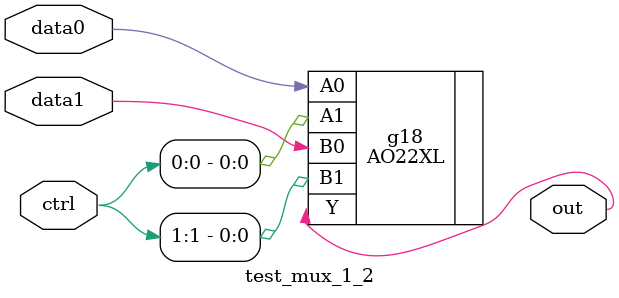
<source format=v>


module test_mux_1_2(data0, data1, ctrl, out);
  input [0:0] data0, data1;
  input [1:0] ctrl;
  output [0:0] out;
  wire [0:0] data0, data1;
  wire [1:0] ctrl;
  wire [0:0] out;
  AO22XL g18(.A0 (data0), .A1 (ctrl[0]), .B0 (data1), .B1 (ctrl[1]), .Y
       (out));
endmodule


</source>
